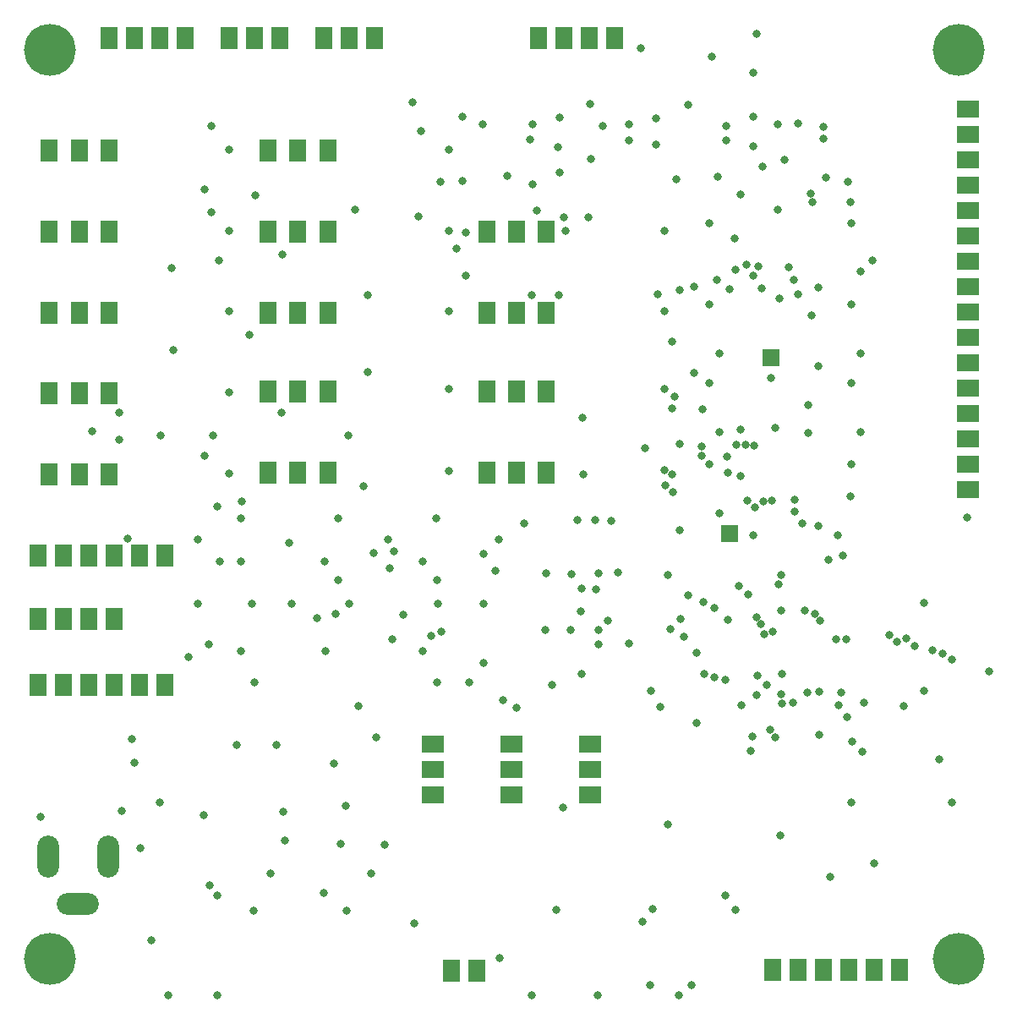
<source format=gbs>
G04*
G04 #@! TF.GenerationSoftware,Altium Limited,CircuitStudio,1.5.2 (30)*
G04*
G04 Layer_Color=8150272*
%FSLAX25Y25*%
%MOIN*%
G70*
G01*
G75*
%ADD75O,0.16535X0.08661*%
%ADD76O,0.08661X0.16535*%
%ADD77C,0.20472*%
%ADD78R,0.07087X0.08661*%
%ADD79R,0.08661X0.07087*%
%ADD80R,0.07087X0.07087*%
%ADD81C,0.03150*%
D75*
X28740Y39370D02*
D03*
D76*
X16929Y57874D02*
D03*
X40551D02*
D03*
D77*
X375984Y17717D02*
D03*
X17717D02*
D03*
Y375984D02*
D03*
X375984D02*
D03*
D78*
X12992Y176772D02*
D03*
X22992D02*
D03*
X32992D02*
D03*
X42992D02*
D03*
X52992D02*
D03*
X62992D02*
D03*
X40945Y380709D02*
D03*
X50945D02*
D03*
X60945D02*
D03*
X70945D02*
D03*
X213386Y241339D02*
D03*
X201575D02*
D03*
X189764D02*
D03*
X185984Y12992D02*
D03*
X175984D02*
D03*
X12992Y151575D02*
D03*
X22992D02*
D03*
X32992D02*
D03*
X42992D02*
D03*
X12992Y125591D02*
D03*
X22992D02*
D03*
X32992D02*
D03*
X42992D02*
D03*
X52992D02*
D03*
X62992D02*
D03*
X302756Y13386D02*
D03*
X312756D02*
D03*
X322756D02*
D03*
X332756D02*
D03*
X342756D02*
D03*
X352756D02*
D03*
X210236Y380709D02*
D03*
X220236D02*
D03*
X230236D02*
D03*
X240236D02*
D03*
X40945Y272441D02*
D03*
X29134D02*
D03*
X17323D02*
D03*
X40945Y304331D02*
D03*
X29134D02*
D03*
X17323D02*
D03*
X40945Y336221D02*
D03*
X29134D02*
D03*
X17323D02*
D03*
X127165Y272441D02*
D03*
X115354D02*
D03*
X103543D02*
D03*
X127165Y304331D02*
D03*
X115354D02*
D03*
X103543D02*
D03*
X127165Y336221D02*
D03*
X115354D02*
D03*
X103543D02*
D03*
X213386Y272441D02*
D03*
X201575D02*
D03*
X189764D02*
D03*
X213386Y304331D02*
D03*
X201575D02*
D03*
X189764D02*
D03*
X88189Y380709D02*
D03*
X98189D02*
D03*
X108189D02*
D03*
X125591Y380709D02*
D03*
X135591D02*
D03*
X145591D02*
D03*
X40945Y208661D02*
D03*
X29134D02*
D03*
X17323D02*
D03*
X40945Y240551D02*
D03*
X29134D02*
D03*
X17323D02*
D03*
X127165Y209449D02*
D03*
X115354D02*
D03*
X103543D02*
D03*
X127165Y241339D02*
D03*
X115354D02*
D03*
X103543D02*
D03*
X213386Y209449D02*
D03*
X201575D02*
D03*
X189764D02*
D03*
D79*
X168504Y102362D02*
D03*
Y92362D02*
D03*
Y82362D02*
D03*
X379528Y202756D02*
D03*
Y212756D02*
D03*
Y222756D02*
D03*
Y232756D02*
D03*
Y242756D02*
D03*
Y252756D02*
D03*
Y262756D02*
D03*
Y272756D02*
D03*
Y282756D02*
D03*
Y292756D02*
D03*
Y302756D02*
D03*
Y312756D02*
D03*
Y322756D02*
D03*
Y332756D02*
D03*
Y342756D02*
D03*
Y352756D02*
D03*
X199606Y102362D02*
D03*
Y92362D02*
D03*
Y82362D02*
D03*
X230709Y102362D02*
D03*
Y92362D02*
D03*
Y82362D02*
D03*
D80*
X301969Y254528D02*
D03*
X285728Y185138D02*
D03*
D81*
X218406Y279331D02*
D03*
X207579D02*
D03*
X294685Y105217D02*
D03*
X232776Y163386D02*
D03*
X227264Y163583D02*
D03*
X226772Y154626D02*
D03*
X76083Y183071D02*
D03*
X285433Y281594D02*
D03*
X280709Y285236D02*
D03*
X329429Y122638D02*
D03*
X262894Y261122D02*
D03*
X284596Y215551D02*
D03*
X296850Y290551D02*
D03*
X289862Y318898D02*
D03*
X207087Y340650D02*
D03*
X262992Y234646D02*
D03*
X355413Y143799D02*
D03*
X81398Y312008D02*
D03*
X230709Y354528D02*
D03*
X269094Y354232D02*
D03*
X188189Y346555D02*
D03*
X137992Y313090D02*
D03*
X109350Y295177D02*
D03*
X84153Y292913D02*
D03*
X81299Y345965D02*
D03*
X163976Y344094D02*
D03*
X160531Y355413D02*
D03*
X217913Y337500D02*
D03*
X231004Y332874D02*
D03*
X304429Y346752D02*
D03*
X142913Y279232D02*
D03*
X298622Y329921D02*
D03*
X323622Y325492D02*
D03*
X317717Y319390D02*
D03*
X280906Y325984D02*
D03*
X197835Y326181D02*
D03*
X264469Y324902D02*
D03*
X96161Y263779D02*
D03*
X312500Y346949D02*
D03*
X307283Y332677D02*
D03*
X298425Y281890D02*
D03*
X271654Y282480D02*
D03*
X162992Y310335D02*
D03*
X171752Y324016D02*
D03*
X177854Y297539D02*
D03*
X292126Y291339D02*
D03*
X287894Y289272D02*
D03*
X287598Y301673D02*
D03*
X230020Y309941D02*
D03*
X235728Y345866D02*
D03*
X181496Y304035D02*
D03*
Y286910D02*
D03*
X227559Y230807D02*
D03*
X265945Y220571D02*
D03*
X142815Y248819D02*
D03*
X108957Y232972D02*
D03*
X61122Y224114D02*
D03*
X111909Y181693D02*
D03*
X151476Y171653D02*
D03*
X145374Y177657D02*
D03*
X171850Y146653D02*
D03*
X44980Y233071D02*
D03*
X34252Y225787D02*
D03*
X48130Y183169D02*
D03*
X153347Y178347D02*
D03*
X193405Y170472D02*
D03*
X78543Y216043D02*
D03*
X227953Y208760D02*
D03*
X238976Y190157D02*
D03*
X241732Y170079D02*
D03*
X135138Y223819D02*
D03*
X81890D02*
D03*
X44980Y222441D02*
D03*
X122835Y151870D02*
D03*
X152657Y143602D02*
D03*
X167913Y145079D02*
D03*
X170276Y126575D02*
D03*
X183071D02*
D03*
X66240Y257480D02*
D03*
X78642Y320965D02*
D03*
X304626Y313090D02*
D03*
X310925Y285433D02*
D03*
X305413Y277953D02*
D03*
X316535Y235925D02*
D03*
X98524Y318701D02*
D03*
X220177Y309941D02*
D03*
X221063Y304528D02*
D03*
X317913Y271161D02*
D03*
X209547Y312598D02*
D03*
X308760Y290453D02*
D03*
X295079Y287008D02*
D03*
X65453Y289961D02*
D03*
X274508Y219685D02*
D03*
X289764Y207972D02*
D03*
X232579Y190650D02*
D03*
X225492Y190748D02*
D03*
X237598Y150886D02*
D03*
X294980Y367028D02*
D03*
X296260Y382185D02*
D03*
X341929Y292913D02*
D03*
X312697Y279724D02*
D03*
X302067Y246654D02*
D03*
X303740Y226969D02*
D03*
X318110Y316043D02*
D03*
X333268D02*
D03*
X257283Y279626D02*
D03*
X263090Y208563D02*
D03*
X271752Y248622D02*
D03*
X170177Y167028D02*
D03*
X245965Y141831D02*
D03*
X131201Y166831D02*
D03*
X130413Y153642D02*
D03*
X156791Y153445D02*
D03*
X196161Y119488D02*
D03*
X139272Y117323D02*
D03*
X194587Y183071D02*
D03*
X98327Y126476D02*
D03*
X150984Y182874D02*
D03*
X141339Y203839D02*
D03*
X263189Y201575D02*
D03*
X265945Y186713D02*
D03*
X274803Y234252D02*
D03*
X289862Y226181D02*
D03*
X288386Y220177D02*
D03*
X292028Y220374D02*
D03*
X295669Y195669D02*
D03*
X298917Y198031D02*
D03*
X302362Y198425D02*
D03*
X314173Y189173D02*
D03*
X311417Y198622D02*
D03*
X295276Y220079D02*
D03*
X264075Y239173D02*
D03*
X320571Y188287D02*
D03*
X311122Y193996D02*
D03*
X252362Y218799D02*
D03*
X284941Y209350D02*
D03*
X292520Y198130D02*
D03*
X260236Y204429D02*
D03*
X275098Y158169D02*
D03*
X324606Y175098D02*
D03*
X330413Y176575D02*
D03*
X302756Y146653D02*
D03*
X321358Y150984D02*
D03*
X306201Y129823D02*
D03*
X262106Y147539D02*
D03*
X279724Y156004D02*
D03*
X204724Y189370D02*
D03*
X292913Y161417D02*
D03*
X315354Y155020D02*
D03*
X305807Y154921D02*
D03*
X319291Y153740D02*
D03*
X215650Y125787D02*
D03*
X289173Y164665D02*
D03*
X72244Y136614D02*
D03*
X261122Y70571D02*
D03*
X293996Y99606D02*
D03*
X306201Y118209D02*
D03*
X254724Y123130D02*
D03*
X320669Y282382D02*
D03*
Y251279D02*
D03*
X304921Y165256D02*
D03*
X316732Y225098D02*
D03*
X278543Y373130D02*
D03*
X250590Y376575D02*
D03*
X333268Y199902D02*
D03*
X274606Y216043D02*
D03*
X265945Y281299D02*
D03*
X269094Y161024D02*
D03*
X299114Y145472D02*
D03*
X296161Y152264D02*
D03*
X298031Y149606D02*
D03*
X258169Y117028D02*
D03*
X285039Y151378D02*
D03*
X316240Y122736D02*
D03*
X80118Y141535D02*
D03*
X213189Y169488D02*
D03*
X212894Y147244D02*
D03*
X267520Y144488D02*
D03*
X305807Y121850D02*
D03*
X129626Y94488D02*
D03*
X146358Y104921D02*
D03*
X275590Y130118D02*
D03*
X279724Y128740D02*
D03*
X296358Y121653D02*
D03*
X296457Y129232D02*
D03*
X283858Y127756D02*
D03*
Y42520D02*
D03*
X300197Y125787D02*
D03*
X287795Y36909D02*
D03*
X379331Y191732D02*
D03*
X327756Y143701D02*
D03*
X331693D02*
D03*
X310531Y118602D02*
D03*
X320866Y122835D02*
D03*
X342520Y55315D02*
D03*
X109547Y75689D02*
D03*
X78150Y74213D02*
D03*
X45866Y75984D02*
D03*
X57677Y24803D02*
D03*
X328445Y117717D02*
D03*
X331890Y112795D02*
D03*
X338583Y118602D02*
D03*
X325098Y50000D02*
D03*
X333957Y103150D02*
D03*
X368110Y96161D02*
D03*
X337894Y99410D02*
D03*
X301476Y107874D02*
D03*
X303445Y105118D02*
D03*
X387992Y131102D02*
D03*
X373228Y135728D02*
D03*
X369685Y137795D02*
D03*
X365650Y139370D02*
D03*
X358661Y141043D02*
D03*
X351673Y142520D02*
D03*
X348524Y145177D02*
D03*
X362303Y123130D02*
D03*
X270472Y7185D02*
D03*
X254232D02*
D03*
X217323Y37008D02*
D03*
X194882Y17913D02*
D03*
X220079Y77165D02*
D03*
X255374Y37146D02*
D03*
X126378Y138976D02*
D03*
X164567D02*
D03*
X92913D02*
D03*
X125984Y174409D02*
D03*
X164567D02*
D03*
X92913D02*
D03*
X84646D02*
D03*
X83465Y196063D02*
D03*
X93307Y198031D02*
D03*
X332283Y324016D02*
D03*
X259842Y304724D02*
D03*
Y272835D02*
D03*
Y242126D02*
D03*
Y210236D02*
D03*
X88189Y336614D02*
D03*
Y304724D02*
D03*
Y272835D02*
D03*
Y240945D02*
D03*
Y209055D02*
D03*
X174803Y336614D02*
D03*
Y304724D02*
D03*
Y272835D02*
D03*
Y242126D02*
D03*
Y209842D02*
D03*
X50000Y104331D02*
D03*
X134252Y77953D02*
D03*
X149606Y62598D02*
D03*
X161417Y31496D02*
D03*
X281496Y256299D02*
D03*
Y225197D02*
D03*
X337402D02*
D03*
Y256299D02*
D03*
Y288583D02*
D03*
X201575Y116535D02*
D03*
X281496Y193307D02*
D03*
X328346Y184646D02*
D03*
X294882D02*
D03*
X362205Y157874D02*
D03*
X290158Y117717D02*
D03*
X50787Y94882D02*
D03*
X110236Y64173D02*
D03*
X125591Y43701D02*
D03*
X132283Y62992D02*
D03*
X80709Y46457D02*
D03*
X134646Y36614D02*
D03*
X98032D02*
D03*
X53150Y61417D02*
D03*
X13780Y73622D02*
D03*
X61024Y79134D02*
D03*
X91339Y101969D02*
D03*
X107087D02*
D03*
X75984Y157480D02*
D03*
X97244D02*
D03*
X112992D02*
D03*
X135433D02*
D03*
X170472D02*
D03*
X188583D02*
D03*
X207874Y322835D02*
D03*
X180315Y324410D02*
D03*
Y349606D02*
D03*
X207874Y346457D02*
D03*
X218504Y349213D02*
D03*
Y327559D02*
D03*
X256693Y348819D02*
D03*
X246063Y346457D02*
D03*
X256693Y338583D02*
D03*
X246063Y340158D02*
D03*
X322441Y345669D02*
D03*
Y340945D02*
D03*
X284252Y340158D02*
D03*
Y346063D02*
D03*
X294882Y337795D02*
D03*
Y349606D02*
D03*
X333465Y307480D02*
D03*
X277559D02*
D03*
Y212598D02*
D03*
Y275590D02*
D03*
Y244488D02*
D03*
X333465Y212598D02*
D03*
Y244488D02*
D03*
Y275590D02*
D03*
X170079Y191339D02*
D03*
X131102D02*
D03*
X92913D02*
D03*
X64173Y3150D02*
D03*
X83465Y42520D02*
D03*
Y3150D02*
D03*
X207480D02*
D03*
X233465D02*
D03*
X265748D02*
D03*
X251181Y32283D02*
D03*
X104724Y51181D02*
D03*
X144095D02*
D03*
X188583Y134252D02*
D03*
X233858Y141732D02*
D03*
X222835Y147244D02*
D03*
X227165Y129921D02*
D03*
X188583Y177165D02*
D03*
X223228Y169291D02*
D03*
X233858Y147244D02*
D03*
X233858Y169685D02*
D03*
X261417Y168898D02*
D03*
X305906D02*
D03*
X320866Y105905D02*
D03*
X272441Y138189D02*
D03*
X354331Y117323D02*
D03*
X266142Y151575D02*
D03*
X272441Y110630D02*
D03*
X373228Y79134D02*
D03*
X333465D02*
D03*
X305512Y66142D02*
D03*
M02*

</source>
